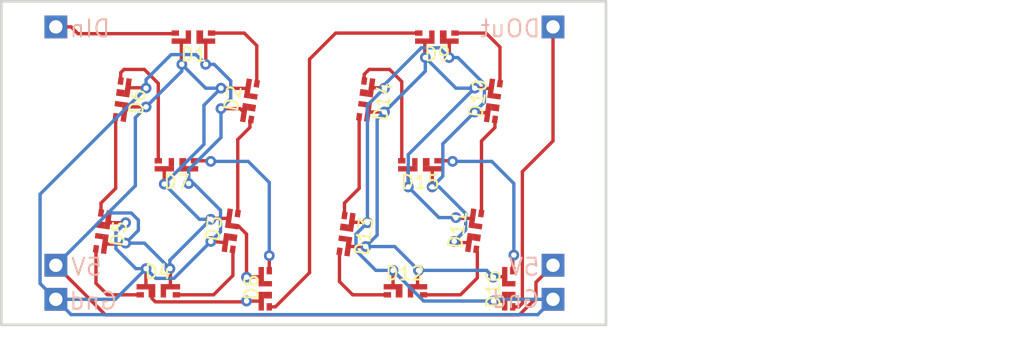
<source format=kicad_pcb>
(kicad_pcb (version 20240108) (generator "pcbnew") (generator_version "8.0")
  (layers (0 "F.Cu" signal) (31 "B.Cu" signal) (34 "B.Paste" user) (35 "F.Paste" user) (36 "B.SilkS" user "B.Silkscreen") (37 "F.SilkS" user "F.Silkscreen") (38 "B.Mask" user) (39 "F.Mask" user) (44 "Edge.Cuts" user))
  (net 0 "")
  (net 1 "GND")
  (net 2 "Net-(D1-DOUT)")
  (net 3 "unconnected-(D1-DIN-Pad3)")
  (net 4 "+5V")
  (net 5 "Net-(D2-DOUT)")
  (net 6 "Net-(D3-DOUT)")
  (net 7 "Net-(D4-DOUT)")
  (net 8 "Net-(D5-DOUT)")
  (net 9 "Net-(D6-DOUT)")
  (net 10 "Net-(D7-DOUT)")
  (net 11 "Net-(D8-DOUT)")
  (net 12 "Net-(D10-DIN)")
  (net 13 "Net-(D10-DOUT)")
  (net 14 "Net-(D11-DOUT)")
  (net 15 "Net-(D12-DOUT)")
  (net 16 "Net-(D13-DOUT)")
  (net 17 "Net-(D14-DOUT)")
  (net 18 "Net-(D15-DOUT)")
  (net 19 "unconnected-(D16-DOUT-Pad2)")
  (footprint "Custom Footprint Library:SK6812-EC3210F" (layer "F.Cu") (at 115.316 82.169 82)
    (property "Reference" "D11" (at -0.050986 -1.275315 82) (layer "F.SilkS"))
    (property "Value" "SK6812-EC3210F" (hide yes))
    (pad "1" smd rect (at -0.9 -0.3 262) (size 1.4 0.4) (layers "F.Cu" "F.Paste" "F.Mask") (net 1 "GND"))
    (pad "1" smd rect (at -0.45 0.2 262) (size 0.5 0.6) (layers "F.Cu" "F.Paste" "F.Mask") (net 1 "GND"))
    (pad "2" smd rect (at -1.325 0.3 262) (size 0.55 0.4) (layers "F.Cu" "F.Paste" "F.Mask") (net 14 "Net-(D11-DOUT)"))
    (pad "3" smd rect (at 1.375 0.3 262) (size 0.55 0.4) (layers "F.Cu" "F.Paste" "F.Mask") (net 13 "Net-(D10-DOUT)"))
    (pad "4" smd rect (at 0.4 0.2 262) (size 0.4 0.6) (layers "F.Cu" "F.Paste" "F.Mask") (net 4 "+5V"))
    (pad "4" smd rect (at 0.925 -0.3 262) (size 1.45 0.4) (layers "F.Cu" "F.Paste" "F.Mask") (net 4 "+5V"))
  )
  (footprint "Custom Footprint Library:SK6812-EC3210F" (layer "F.Cu") (at 111.252 77.216 180)
    (property "Reference" "D15" (at 0 -1.3 0) (layer "F.SilkS"))
    (property "Value" "SK6812-EC3210F" (hide yes))
    (pad "1" smd rect (at -0.9 -0.3) (size 1.4 0.4) (layers "F.Cu" "F.Paste" "F.Mask") (net 1 "GND"))
    (pad "1" smd rect (at -0.45 0.2) (size 0.5 0.6) (layers "F.Cu" "F.Paste" "F.Mask") (net 1 "GND"))
    (pad "2" smd rect (at -1.325 0.3) (size 0.55 0.4) (layers "F.Cu" "F.Paste" "F.Mask") (net 18 "Net-(D15-DOUT)"))
    (pad "3" smd rect (at 1.375 0.3) (size 0.55 0.4) (layers "F.Cu" "F.Paste" "F.Mask") (net 17 "Net-(D14-DOUT)"))
    (pad "4" smd rect (at 0.4 0.2) (size 0.4 0.6) (layers "F.Cu" "F.Paste" "F.Mask") (net 4 "+5V"))
    (pad "4" smd rect (at 0.925 -0.3) (size 1.45 0.4) (layers "F.Cu" "F.Paste" "F.Mask") (net 4 "+5V"))
  )
  (footprint "" (layer "F.Cu") (at 121.158 84.709)
    (property "Reference" "" (at 0 0 0) (layer "F.SilkS") (effects (font (size 1.27 1.27))))
    (property "Value" "" (at 0 0 0) (layer "F.SilkS") (effects (font (size 1.27 1.27))))
    (pad "1" thru_hole rect (at 0 0 180) (size 1.7 1.7) (drill 1) (layers "*.Cu" "*.Mask") (net 4 "+5V"))
  )
  (footprint "Custom Footprint Library:SK6812-EC3210F" (layer "F.Cu") (at 99.695 86.487 90)
    (property "Reference" "D8" (at 0.127 -1.016 90) (layer "F.SilkS"))
    (property "Value" "SK6812-EC3210F" (hide yes))
    (pad "1" smd rect (at -0.9 -0.3 270) (size 1.4 0.4) (layers "F.Cu" "F.Paste" "F.Mask") (net 1 "GND"))
    (pad "1" smd rect (at -0.45 0.2 270) (size 0.5 0.6) (layers "F.Cu" "F.Paste" "F.Mask") (net 1 "GND"))
    (pad "2" smd rect (at -1.325 0.3 270) (size 0.55 0.4) (layers "F.Cu" "F.Paste" "F.Mask") (net 11 "Net-(D8-DOUT)"))
    (pad "3" smd rect (at 1.375 0.3 270) (size 0.55 0.4) (layers "F.Cu" "F.Paste" "F.Mask") (net 10 "Net-(D7-DOUT)"))
    (pad "4" smd rect (at 0.4 0.2 270) (size 0.4 0.6) (layers "F.Cu" "F.Paste" "F.Mask") (net 4 "+5V"))
    (pad "4" smd rect (at 0.925 -0.3 270) (size 1.45 0.4) (layers "F.Cu" "F.Paste" "F.Mask") (net 4 "+5V"))
  )
  (footprint "Custom Footprint Library:SK6812-EC3210F" (layer "F.Cu") (at 89.027 72.321 -98)
    (property "Reference" "D6" (at 0.035018 -1.159154 82) (layer "F.SilkS"))
    (property "Value" "SK6812-EC3210F" (hide yes))
    (pad "1" smd rect (at -0.9 -0.3 82) (size 1.4 0.4) (layers "F.Cu" "F.Paste" "F.Mask") (net 1 "GND"))
    (pad "1" smd rect (at -0.45 0.2 82) (size 0.5 0.6) (layers "F.Cu" "F.Paste" "F.Mask") (net 1 "GND"))
    (pad "2" smd rect (at -1.325 0.3 82) (size 0.55 0.4) (layers "F.Cu" "F.Paste" "F.Mask") (net 9 "Net-(D6-DOUT)"))
    (pad "3" smd rect (at 1.375 0.3 82) (size 0.55 0.4) (layers "F.Cu" "F.Paste" "F.Mask") (net 8 "Net-(D5-DOUT)"))
    (pad "4" smd rect (at 0.4 0.2 82) (size 0.4 0.6) (layers "F.Cu" "F.Paste" "F.Mask") (net 4 "+5V"))
    (pad "4" smd rect (at 0.925 -0.3 82) (size 1.45 0.4) (layers "F.Cu" "F.Paste" "F.Mask") (net 4 "+5V"))
  )
  (footprint "Custom Footprint Library:SK6812-EC3210F" (layer "F.Cu") (at 93.091 77.216 180)
    (property "Reference" "D7" (at 0 -1.27 0) (layer "F.SilkS"))
    (property "Value" "SK6812-EC3210F" (hide yes))
    (pad "1" smd rect (at -0.9 -0.3) (size 1.4 0.4) (layers "F.Cu" "F.Paste" "F.Mask") (net 1 "GND"))
    (pad "1" smd rect (at -0.45 0.2) (size 0.5 0.6) (layers "F.Cu" "F.Paste" "F.Mask") (net 1 "GND"))
    (pad "2" smd rect (at -1.325 0.3) (size 0.55 0.4) (layers "F.Cu" "F.Paste" "F.Mask") (net 10 "Net-(D7-DOUT)"))
    (pad "3" smd rect (at 1.375 0.3) (size 0.55 0.4) (layers "F.Cu" "F.Paste" "F.Mask") (net 9 "Net-(D6-DOUT)"))
    (pad "4" smd rect (at 0.4 0.2) (size 0.4 0.6) (layers "F.Cu" "F.Paste" "F.Mask") (net 4 "+5V"))
    (pad "4" smd rect (at 0.925 -0.3) (size 1.45 0.4) (layers "F.Cu" "F.Paste" "F.Mask") (net 4 "+5V"))
  )
  (footprint "Custom Footprint Library:SK6812-EC3210F" (layer "F.Cu") (at 97.155 82.169 82)
    (property "Reference" "D3" (at 0.014286 -1.302683 82) (layer "F.SilkS"))
    (property "Value" "SK6812-EC3210F" (hide yes))
    (pad "1" smd rect (at -0.9 -0.3 262) (size 1.4 0.4) (layers "F.Cu" "F.Paste" "F.Mask") (net 1 "GND"))
    (pad "1" smd rect (at -0.45 0.2 262) (size 0.5 0.6) (layers "F.Cu" "F.Paste" "F.Mask") (net 1 "GND"))
    (pad "2" smd rect (at -1.325 0.3 262) (size 0.55 0.4) (layers "F.Cu" "F.Paste" "F.Mask") (net 6 "Net-(D3-DOUT)"))
    (pad "3" smd rect (at 1.375 0.3 262) (size 0.55 0.4) (layers "F.Cu" "F.Paste" "F.Mask") (net 5 "Net-(D2-DOUT)"))
    (pad "4" smd rect (at 0.4 0.2 262) (size 0.4 0.6) (layers "F.Cu" "F.Paste" "F.Mask") (net 4 "+5V"))
    (pad "4" smd rect (at 0.925 -0.3 262) (size 1.45 0.4) (layers "F.Cu" "F.Paste" "F.Mask") (net 4 "+5V"))
  )
  (footprint "" (layer "F.Cu") (at 121.158 66.929)
    (property "Reference" "" (at 0 0 0) (layer "F.SilkS") (effects (font (size 1.27 1.27))))
    (property "Value" "" (at 0 0 0) (layer "F.SilkS") (effects (font (size 1.27 1.27))))
    (pad "1" thru_hole rect (at 0 0 180) (size 1.7 1.7) (drill 1) (layers "*.Cu" "*.Mask") (net 19 "unconnected-(D16-DOUT-Pad2)"))
  )
  (footprint "" (layer "F.Cu") (at 121.158 87.249)
    (property "Reference" "" (at 0 0 0) (layer "F.SilkS") (effects (font (size 1.27 1.27))))
    (property "Value" "" (at 0 0 0) (layer "F.SilkS") (effects (font (size 1.27 1.27))))
    (pad "1" thru_hole rect (at 0 0 180) (size 1.7 1.7) (drill 1) (layers "*.Cu" "*.Mask") (net 1 "GND"))
  )
  (footprint "Custom Footprint Library:SK6812-EC3210F" (layer "F.Cu") (at 87.557 82.169 -98)
    (property "Reference" "D5" (at 0.024858 -1.231444 82) (layer "F.SilkS"))
    (property "Value" "SK6812-EC3210F" (hide yes))
    (pad "1" smd rect (at -0.9 -0.3 82) (size 1.4 0.4) (layers "F.Cu" "F.Paste" "F.Mask") (net 1 "GND"))
    (pad "1" smd rect (at -0.45 0.2 82) (size 0.5 0.6) (layers "F.Cu" "F.Paste" "F.Mask") (net 1 "GND"))
    (pad "2" smd rect (at -1.325 0.3 82) (size 0.55 0.4) (layers "F.Cu" "F.Paste" "F.Mask") (net 8 "Net-(D5-DOUT)"))
    (pad "3" smd rect (at 1.375 0.3 82) (size 0.55 0.4) (layers "F.Cu" "F.Paste" "F.Mask") (net 7 "Net-(D4-DOUT)"))
    (pad "4" smd rect (at 0.4 0.2 82) (size 0.4 0.6) (layers "F.Cu" "F.Paste" "F.Mask") (net 4 "+5V"))
    (pad "4" smd rect (at 0.925 -0.3 82) (size 1.45 0.4) (layers "F.Cu" "F.Paste" "F.Mask") (net 4 "+5V"))
  )
  (footprint "" (layer "F.Cu") (at 84.074 66.929)
    (property "Reference" "" (at 0 0 0) (layer "F.SilkS") (effects (font (size 1.27 1.27))))
    (property "Value" "" (at 0 0 0) (layer "F.SilkS") (effects (font (size 1.27 1.27))))
    (pad "1" thru_hole rect (at 0 0 180) (size 1.7 1.7) (drill 1) (layers "*.Cu" "*.Mask") (net 3 "unconnected-(D1-DIN-Pad3)"))
  )
  (footprint "Custom Footprint Library:SK6812-EC3210F" (layer "F.Cu") (at 116.713 72.481 82)
    (property "Reference" "D10" (at 0.056804 -1.162216 82) (layer "F.SilkS"))
    (property "Value" "SK6812-EC3210F" (hide yes))
    (pad "1" smd rect (at -0.9 -0.3 262) (size 1.4 0.4) (layers "F.Cu" "F.Paste" "F.Mask") (net 1 "GND"))
    (pad "1" smd rect (at -0.45 0.2 262) (size 0.5 0.6) (layers "F.Cu" "F.Paste" "F.Mask") (net 1 "GND"))
    (pad "2" smd rect (at -1.325 0.3 262) (size 0.55 0.4) (layers "F.Cu" "F.Paste" "F.Mask") (net 13 "Net-(D10-DOUT)"))
    (pad "3" smd rect (at 1.375 0.3 262) (size 0.55 0.4) (layers "F.Cu" "F.Paste" "F.Mask") (net 12 "Net-(D10-DIN)"))
    (pad "4" smd rect (at 0.4 0.2 262) (size 0.4 0.6) (layers "F.Cu" "F.Paste" "F.Mask") (net 4 "+5V"))
    (pad "4" smd rect (at 0.925 -0.3 262) (size 1.45 0.4) (layers "F.Cu" "F.Paste" "F.Mask") (net 4 "+5V"))
  )
  (footprint "Custom Footprint Library:SK6812-EC3210F" (layer "F.Cu") (at 91.694 86.614)
    (property "Reference" "D4" (at -0.019 -1.397 0) (layer "F.SilkS"))
    (property "Value" "SK6812-EC3210F" (hide yes))
    (pad "1" smd rect (at -0.9 -0.3 180) (size 1.4 0.4) (layers "F.Cu" "F.Paste" "F.Mask") (net 1 "GND"))
    (pad "1" smd rect (at -0.45 0.2 180) (size 0.5 0.6) (layers "F.Cu" "F.Paste" "F.Mask") (net 1 "GND"))
    (pad "2" smd rect (at -1.325 0.3 180) (size 0.55 0.4) (layers "F.Cu" "F.Paste" "F.Mask") (net 7 "Net-(D4-DOUT)"))
    (pad "3" smd rect (at 1.375 0.3 180) (size 0.55 0.4) (layers "F.Cu" "F.Paste" "F.Mask") (net 6 "Net-(D3-DOUT)"))
    (pad "4" smd rect (at 0.4 0.2 180) (size 0.4 0.6) (layers "F.Cu" "F.Paste" "F.Mask") (net 4 "+5V"))
    (pad "4" smd rect (at 0.925 -0.3 180) (size 1.45 0.4) (layers "F.Cu" "F.Paste" "F.Mask") (net 4 "+5V"))
  )
  (footprint "Custom Footprint Library:SK6812-EC3210F" (layer "F.Cu") (at 117.856 86.487 90)
    (property "Reference" "D16" (at 0 -1.143 90) (layer "F.SilkS"))
    (property "Value" "SK6812-EC3210F" (hide yes))
    (pad "1" smd rect (at -0.9 -0.3 270) (size 1.4 0.4) (layers "F.Cu" "F.Paste" "F.Mask") (net 1 "GND"))
    (pad "1" smd rect (at -0.45 0.2 270) (size 0.5 0.6) (layers "F.Cu" "F.Paste" "F.Mask") (net 1 "GND"))
    (pad "2" smd rect (at -1.325 0.3 270) (size 0.55 0.4) (layers "F.Cu" "F.Paste" "F.Mask") (net 19 "unconnected-(D16-DOUT-Pad2)"))
    (pad "3" smd rect (at 1.375 0.3 270) (size 0.55 0.4) (layers "F.Cu" "F.Paste" "F.Mask") (net 18 "Net-(D15-DOUT)"))
    (pad "4" smd rect (at 0.4 0.2 270) (size 0.4 0.6) (layers "F.Cu" "F.Paste" "F.Mask") (net 4 "+5V"))
    (pad "4" smd rect (at 0.925 -0.3 270) (size 1.45 0.4) (layers "F.Cu" "F.Paste" "F.Mask") (net 4 "+5V"))
  )
  (footprint "Custom Footprint Library:SK6812-EC3210F" (layer "F.Cu") (at 110.128 86.614)
    (property "Reference" "D12" (at -0.019 -1.3 0) (layer "F.SilkS"))
    (property "Value" "SK6812-EC3210F" (hide yes))
    (pad "1" smd rect (at -0.9 -0.3 180) (size 1.4 0.4) (layers "F.Cu" "F.Paste" "F.Mask") (net 1 "GND"))
    (pad "1" smd rect (at -0.45 0.2 180) (size 0.5 0.6) (layers "F.Cu" "F.Paste" "F.Mask") (net 1 "GND"))
    (pad "2" smd rect (at -1.325 0.3 180) (size 0.55 0.4) (layers "F.Cu" "F.Paste" "F.Mask") (net 15 "Net-(D12-DOUT)"))
    (pad "3" smd rect (at 1.375 0.3 180) (size 0.55 0.4) (layers "F.Cu" "F.Paste" "F.Mask") (net 14 "Net-(D11-DOUT)"))
    (pad "4" smd rect (at 0.4 0.2 180) (size 0.4 0.6) (layers "F.Cu" "F.Paste" "F.Mask") (net 4 "+5V"))
    (pad "4" smd rect (at 0.925 -0.3 180) (size 1.45 0.4) (layers "F.Cu" "F.Paste" "F.Mask") (net 4 "+5V"))
  )
  (footprint "Custom Footprint Library:SK6812-EC3210F" (layer "F.Cu") (at 98.552 72.481 81)
    (property "Reference" "D2" (at 0.016644 -1.288467 81) (layer "F.SilkS"))
    (property "Value" "SK6812-EC3210F" (hide yes))
    (pad "1" smd rect (at -0.9 -0.3 261) (size 1.4 0.4) (layers "F.Cu" "F.Paste" "F.Mask") (net 1 "GND"))
    (pad "1" smd rect (at -0.45 0.2 261) (size 0.5 0.6) (layers "F.Cu" "F.Paste" "F.Mask") (net 1 "GND"))
    (pad "2" smd rect (at -1.325 0.3 261) (size 0.55 0.4) (layers "F.Cu" "F.Paste" "F.Mask") (net 5 "Net-(D2-DOUT)"))
    (pad "3" smd rect (at 1.375 0.3 261) (size 0.55 0.4) (layers "F.Cu" "F.Paste" "F.Mask") (net 2 "Net-(D1-DOUT)"))
    (pad "4" smd rect (at 0.399999 0.2 261) (size 0.4 0.6) (layers "F.Cu" "F.Paste" "F.Mask") (net 4 "+5V"))
    (pad "4" smd rect (at 0.925 -0.3 261) (size 1.45 0.4) (layers "F.Cu" "F.Paste" "F.Mask") (net 4 "+5V"))
  )
  (footprint "Custom Footprint Library:SK6812-EC3210F" (layer "F.Cu") (at 112.522 67.691 180)
    (property "Reference" "D9" (at 0 -1.27 0) (layer "F.SilkS"))
    (property "Value" "SK6812-EC3210F" (hide yes))
    (pad "1" smd rect (at -0.9 -0.3) (size 1.4 0.4) (layers "F.Cu" "F.Paste" "F.Mask") (net 1 "GND"))
    (pad "1" smd rect (at -0.45 0.2) (size 0.5 0.6) (layers "F.Cu" "F.Paste" "F.Mask") (net 1 "GND"))
    (pad "2" smd rect (at -1.325 0.3) (size 0.55 0.4) (layers "F.Cu" "F.Paste" "F.Mask") (net 12 "Net-(D10-DIN)"))
    (pad "3" smd rect (at 1.375 0.3) (size 0.55 0.4) (layers "F.Cu" "F.Paste" "F.Mask") (net 11 "Net-(D8-DOUT)"))
    (pad "4" smd rect (at 0.4 0.2) (size 0.4 0.6) (layers "F.Cu" "F.Paste" "F.Mask") (net 4 "+5V"))
    (pad "4" smd rect (at 0.925 -0.3) (size 1.45 0.4) (layers "F.Cu" "F.Paste" "F.Mask") (net 4 "+5V"))
  )
  (footprint "Custom Footprint Library:SK6812-EC3210F" (layer "F.Cu") (at 107.188 72.321 -98)
    (property "Reference" "D14" (at 0.017343 -1.284918 82) (layer "F.SilkS"))
    (property "Value" "SK6812-EC3210F" (hide yes))
    (pad "1" smd rect (at -0.9 -0.3 82) (size 1.4 0.4) (layers "F.Cu" "F.Paste" "F.Mask") (net 1 "GND"))
    (pad "1" smd rect (at -0.45 0.2 82) (size 0.5 0.6) (layers "F.Cu" "F.Paste" "F.Mask") (net 1 "GND"))
    (pad "2" smd rect (at -1.325 0.3 82) (size 0.55 0.4) (layers "F.Cu" "F.Paste" "F.Mask") (net 17 "Net-(D14-DOUT)"))
    (pad "3" smd rect (at 1.375 0.3 82) (size 0.55 0.4) (layers "F.Cu" "F.Paste" "F.Mask") (net 16 "Net-(D13-DOUT)"))
    (pad "4" smd rect (at 0.4 0.2 82) (size 0.4 0.6) (layers "F.Cu" "F.Paste" "F.Mask") (net 4 "+5V"))
    (pad "4" smd rect (at 0.925 -0.3 82) (size 1.45 0.4) (layers "F.Cu" "F.Paste" "F.Mask") (net 4 "+5V"))
  )
  (footprint "Custom Footprint Library:SK6812-EC3210F" (layer "F.Cu") (at 105.718 82.354 -98)
    (property "Reference" "D13" (at 0.007183 -1.357208 82) (layer "F.SilkS"))
    (property "Value" "SK6812-EC3210F" (hide yes))
    (pad "1" smd rect (at -0.9 -0.3 82) (size 1.4 0.4) (layers "F.Cu" "F.Paste" "F.Mask") (net 1 "GND"))
    (pad "1" smd rect (at -0.45 0.2 82) (size 0.5 0.6) (layers "F.Cu" "F.Paste" "F.Mask") (net 1 "GND"))
    (pad "2" smd rect (at -1.325 0.3 82) (size 0.55 0.4) (layers "F.Cu" "F.Paste" "F.Mask") (net 16 "Net-(D13-DOUT)"))
    (pad "3" smd rect (at 1.375 0.3 82) (size 0.55 0.4) (layers "F.Cu" "F.Paste" "F.Mask") (net 15 "Net-(D12-DOUT)"))
    (pad "4" smd rect (at 0.4 0.2 82) (size 0.4 0.6) (layers "F.Cu" "F.Paste" "F.Mask") (net 4 "+5V"))
    (pad "4" smd rect (at 0.925 -0.3 82) (size 1.45 0.4) (layers "F.Cu" "F.Paste" "F.Mask") (net 4 "+5V"))
  )
  (footprint "Custom Footprint Library:SK6812-EC3210F" (layer "F.Cu") (at 94.361 67.691 180)
    (property "Reference" "D1" (at 0 -1.3 0) (layer "F.SilkS"))
    (property "Value" "SK6812-EC3210F" (hide yes))
    (pad "1" smd rect (at -0.9 -0.3) (size 1.4 0.4) (layers "F.Cu" "F.Paste" "F.Mask") (net 1 "GND"))
    (pad "1" smd rect (at -0.45 0.2) (size 0.5 0.6) (layers "F.Cu" "F.Paste" "F.Mask") (net 1 "GND"))
    (pad "2" smd rect (at -1.325 0.3) (size 0.55 0.4) (layers "F.Cu" "F.Paste" "F.Mask") (net 2 "Net-(D1-DOUT)"))
    (pad "3" smd rect (at 1.375 0.3) (size 0.55 0.4) (layers "F.Cu" "F.Paste" "F.Mask") (net 3 "unconnected-(D1-DIN-Pad3)"))
    (pad "4" smd rect (at 0.4 0.2) (size 0.4 0.6) (layers "F.Cu" "F.Paste" "F.Mask") (net 4 "+5V"))
    (pad "4" smd rect (at 0.925 -0.3) (size 1.45 0.4) (layers "F.Cu" "F.Paste" "F.Mask") (net 4 "+5V"))
  )
  (footprint "" (layer "B.Cu") (at 84.074 87.249 180)
    (property "Reference" "Gnd" (at -2.794 -0.127 0) (layer "B.SilkS") (effects (font (size 1.27 1.27)) (justify mirror)))
    (property "Value" "" (at 0 0 0) (layer "B.SilkS") (effects (font (size 1.27 1.27)) (justify mirror)))
    (pad "1" thru_hole rect (at 0 0 180) (size 1.7 1.7) (drill 1) (layers "*.Cu" "*.Mask") (net 1 "GND"))
  )
  (footprint "" (layer "B.Cu") (at 84.074 84.709 180)
    (property "Reference" "5V" (at -2.286 -0.127 0) (layer "B.SilkS") (effects (font (size 1.27 1.27)) (justify mirror)))
    (property "Value" "" (at 0 0 0) (layer "B.SilkS") (effects (font (size 1.27 1.27)) (justify mirror)))
    (pad "1" thru_hole rect (at 0 0 180) (size 1.7 1.7) (drill 1) (layers "*.Cu" "*.Mask") (net 4 "+5V"))
  )
  (gr_rect (start 80.01 65.024) (end 125.106 89.154) (stroke (width 0.2)) (fill none) (layer "Edge.Cuts"))
  (gr_text "5V" (at 118.999 84.836 0) (layer "B.SilkS") (effects (font (size 1.27 1.27)) (justify mirror)))
  (gr_text "Gnd" (at 118.364 87.249 0) (layer "B.SilkS") (effects (font (size 1.27 1.27)) (justify mirror)))
  (gr_text "DIn" (at 86.614 67.056 0) (layer "B.SilkS") (effects (font (size 1.27 1.27)) (justify mirror)))
  (gr_text "DOut" (at 117.983 67.056 0) (layer "B.SilkS") (effects (font (size 1.27 1.27)) (justify mirror)))
  (segment (start 114.893664 83.018489) (end 113.879489 83.018489) (width 0.25) (layer "F.Cu") (net 1))
  (segment (start 108.585 71.501) (end 108.458 71.501) (width 0.25) (layer "F.Cu") (net 1))
  (segment (start 90.834489 71.471511) (end 90.902511 71.471511) (width 0.25) (layer "F.Cu") (net 1))
  (segment (start 106.140336 81.504511) (end 107.285511 81.504511) (width 0.25) (layer "F.Cu") (net 1))
  (segment (start 117.556 87.387) (end 116.713 87.376) (width 0.25) (layer "F.Cu") (net 1))
  (segment (start 90.805 71.501) (end 90.834489 71.471511) (width 0.25) (layer "F.Cu") (net 1))
  (segment (start 112.152 77.516) (end 112.152 78.856) (width 0.25) (layer "F.Cu") (net 1))
  (segment (start 95.261 69.712) (end 95.25 69.723) (width 0.25) (layer "F.Cu") (net 1))
  (segment (start 107.610336 71.471511) (end 108.428511 71.471511) (width 0.25) (layer "F.Cu") (net 1))
  (segment (start 88.193825 81.534) (end 89.281 81.534) (width 0.25) (layer "F.Cu") (net 1))
  (segment (start 113.879489 83.018489) (end 113.792 82.931) (width 0.25) (layer "F.Cu") (net 1))
  (segment (start 90.775511 71.471511) (end 90.805 71.501) (width 0.25) (layer "F.Cu") (net 1))
  (segment (start 91.503 87.439) (end 91.244 87.18) (width 0.25) (layer "F.Cu") (net 1))
  (segment (start 98.235 87.439) (end 91.503 87.439) (width 0.25) (layer "F.Cu") (net 1))
  (segment (start 99.395 87.387) (end 98.298 87.376) (width 0.25) (layer "F.Cu") (net 1))
  (segment (start 107.285511 81.504511) (end 107.315 81.534) (width 0.25) (layer "F.Cu") (net 1))
  (segment (start 113.422 69.204) (end 113.411 69.215) (width 0.25) (layer "F.Cu") (net 1))
  (segment (start 98.298 87.376) (end 98.235 87.439) (width 0.25) (layer "F.Cu") (net 1))
  (segment (start 95.261 67.991) (end 95.261 69.712) (width 0.25) (layer "F.Cu") (net 1))
  (segment (start 91.244 87.18) (end 91.244 86.814) (width 0.25) (layer "F.Cu") (net 1))
  (segment (start 116.713 87.376) (end 116.724 87.387) (width 0.25) (layer "F.Cu") (net 1))
  (segment (start 113.422 67.991) (end 113.422 69.204) (width 0.25) (layer "F.Cu") (net 1))
  (segment (start 89.449336 71.471511) (end 90.775511 71.471511) (width 0.25) (layer "F.Cu") (net 1))
  (segment (start 93.98 77.527) (end 93.991 77.516) (width 0.25) (layer "F.Cu") (net 1))
  (segment (start 95.631 82.931) (end 95.591489 83.018489) (width 0.25) (layer "F.Cu") (net 1))
  (segment (start 97.816913 73.025) (end 96.393 73.025) (width 0.25) (layer "F.Cu") (net 1))
  (segment (start 96.732664 83.018489) (end 95.631 82.931) (width 0.25) (layer "F.Cu") (net 1))
  (segment (start 115.367489 73.330489) (end 115.316 73.279) (width 0.25) (layer "F.Cu") (net 1))
  (segment (start 116.290664 73.330489) (end 115.367489 73.330489) (width 0.25) (layer "F.Cu") (net 1))
  (segment (start 112.152 78.856) (end 112.141 78.867) (width 0.25) (layer "F.Cu") (net 1))
  (segment (start 90.794 86.314) (end 90.794 84.974) (width 0.25) (layer "F.Cu") (net 1))
  (segment (start 108.428511 71.471511) (end 108.585 71.501) (width 0.25) (layer "F.Cu") (net 1))
  (segment (start 98.114902 73.322989) (end 97.816913 73.025) (width 0.25) (layer "F.Cu") (net 1))
  (segment (start 93.98 78.613) (end 93.98 77.527) (width 0.25) (layer "F.Cu") (net 1))
  (segment (start 87.979336 81.319511) (end 88.193825 81.534) (width 0.25) (layer "F.Cu") (net 1))
  (segment (start 109.22 85.09) (end 109.228 85.098) (width 0.25) (layer "F.Cu") (net 1))
  (segment (start 90.794 84.974) (end 90.805 84.963) (width 0.25) (layer "F.Cu") (net 1))
  (segment (start 98.298 87.376) (end 98.309 87.387) (width 0.25) (layer "F.Cu") (net 1))
  (segment (start 109.228 86.314) (end 109.22 85.09) (width 0.25) (layer "F.Cu") (net 1))
  (via (at 113.411 69.215) (size 0.8) (drill 0.4) (layers "F.Cu" "B.Cu") (net 1))
  (via (at 93.98 78.613) (size 0.8) (drill 0.4) (layers "F.Cu" "B.Cu") (net 1))
  (via (at 95.631 82.931) (size 0.8) (drill 0.4) (layers "F.Cu" "B.Cu") (net 1))
  (via (at 89.281 81.534) (size 0.8) (drill 0.4) (layers "F.Cu" "B.Cu") (net 1))
  (via (at 96.393 73.025) (size 0.8) (drill 0.4) (layers "F.Cu" "B.Cu") (net 1))
  (via (at 109.22 85.09) (size 0.8) (drill 0.4) (layers "F.Cu" "B.Cu") (net 1))
  (via (at 107.315 81.534) (size 0.8) (drill 0.4) (layers "F.Cu" "B.Cu") (net 1))
  (via (at 113.792 82.931) (size 0.8) (drill 0.4) (layers "F.Cu" "B.Cu") (net 1))
  (via (at 90.805 71.501) (size 0.8) (drill 0.4) (layers "F.Cu" "B.Cu") (net 1))
  (via (at 112.141 78.867) (size 0.8) (drill 0.4) (layers "F.Cu" "B.Cu") (net 1))
  (via (at 95.25 69.723) (size 0.8) (drill 0.4) (layers "F.Cu" "B.Cu") (net 1))
  (via (at 108.585 71.501) (size 0.8) (drill 0.4) (layers "F.Cu" "B.Cu") (net 1))
  (via (at 116.713 87.376) (size 0.8) (drill 0.4) (layers "F.Cu" "B.Cu") (net 1))
  (via (at 115.316 73.279) (size 0.8) (drill 0.4) (layers "F.Cu" "B.Cu") (net 1))
  (via (at 98.298 87.376) (size 0.8) (drill 0.4) (layers "F.Cu" "B.Cu") (net 1))
  (via (at 90.805 84.963) (size 0.8) (drill 0.4) (layers "F.Cu" "B.Cu") (net 1))
  (segment (start 113.411 69.215) (end 114.055305 69.215) (width 0.25) (layer "B.Cu") (net 1))
  (segment (start 114.644 80.852695) (end 114.644 82.079) (width 0.25) (layer "B.Cu") (net 1))
  (segment (start 116.041 71.200695) (end 116.041 72.554) (width 0.25) (layer "B.Cu") (net 1))
  (segment (start 107.940695 85.09) (end 106.463 83.612305) (width 0.25) (layer "B.Cu") (net 1))
  (segment (start 106.463 82.386) (end 107.315 81.534) (width 0.25) (layer "B.Cu") (net 1))
  (segment (start 88.556 83.476) (end 90.043 84.963) (width 0.25) (layer "B.Cu") (net 1))
  (segment (start 109.22 85.09) (end 107.940695 85.09) (width 0.25) (layer "B.Cu") (net 1))
  (segment (start 107.315 72.771) (end 108.585 71.501) (width 0.25) (layer "B.Cu") (net 1))
  (segment (start 96.356 82.206) (end 96.356 80.608) (width 0.25) (layer "B.Cu") (net 1))
  (segment (start 91.53 85.688) (end 92.883305 85.688) (width 0.25) (layer "B.Cu") (net 1))
  (segment (start 89.281 81.534) (end 88.556 82.259) (width 0.25) (layer "B.Cu") (net 1))
  (segment (start 94.525 68.998) (end 92.673 68.998) (width 0.25) (layer "B.Cu") (net 1))
  (segment (start 108.585 71.501) (end 108.585 71.237695) (width 0.25) (layer "B.Cu") (net 1))
  (segment (start 95.885 69.723) (end 95.25 69.723) (width 0.25) (layer "B.Cu") (net 1))
  (segment (start 97.118 70.956) (end 95.885 69.723) (width 0.25) (layer "B.Cu") (net 1))
  (segment (start 108.585 71.237695) (end 111.332695 68.49) (width 0.25) (layer "B.Cu") (net 1))
  (segment (start 94.361 78.613) (end 93.98 78.613) (width 0.25) (layer "B.Cu") (net 1))
  (segment (start 90.805 70.866) (end 90.805 71.501) (width 0.25) (layer "B.Cu") (net 1))
  (segment (start 115.316 73.279) (end 112.94 75.655) (width 0.25) (layer "B.Cu") (net 1))
  (segment (start 93.98 77.587695) (end 96.393 75.174695) (width 0.25) (layer "B.Cu") (net 1))
  (segment (start 116.041 72.554) (end 115.316 73.279) (width 0.25) (layer "B.Cu") (net 1))
  (segment (start 92.883305 85.688) (end 95.631 82.940305) (width 0.25) (layer "B.Cu") (net 1))
  (segment (start 111.506 87.376) (end 109.22 85.09) (width 0.25) (layer "B.Cu") (net 1))
  (segment (start 95.25 69.723) (end 94.525 68.998) (width 0.25) (layer "B.Cu") (net 1))
  (segment (start 112.94 75.655) (end 112.94 78.068) (width 0.25) (layer "B.Cu") (net 1))
  (segment (start 85.217 88.392) (end 120.015 88.392) (width 0.25) (layer "B.Cu") (net 1))
  (segment (start 93.98 78.613) (end 93.98 77.587695) (width 0.25) (layer "B.Cu") (net 1))
  (segment (start 116.713 87.376) (end 111.506 87.376) (width 0.25) (layer "B.Cu") (net 1))
  (segment (start 82.899 86.074) (end 84.074 87.249) (width 0.25) (layer "B.Cu") (net 1))
  (segment (start 95.631 82.931) (end 96.356 82.206) (width 0.25) (layer "B.Cu") (net 1))
  (segment (start 97.118 72.3) (end 97.118 70.956) (width 0.25) (layer "B.Cu") (net 1))
  (segment (start 114.644 82.079) (end 113.792 82.931) (width 0.25) (layer "B.Cu") (net 1))
  (segment (start 107.315 81.534) (end 107.315 72.771) (width 0.25) (layer "B.Cu") (net 1))
  (segment (start 95.631 82.940305) (end 95.631 82.931) (width 0.25) (layer "B.Cu") (net 1))
  (segment (start 92.673 68.998) (end 90.805 70.866) (width 0.25) (layer "B.Cu") (net 1))
  (segment (start 88.556 82.259) (end 88.556 83.476) (width 0.25) (layer "B.Cu") (net 1))
  (segment (start 96.393 75.174695) (end 96.393 73.025) (width 0.25) (layer "B.Cu") (net 1))
  (segment (start 90.805 84.963) (end 91.53 85.688) (width 0.25) (layer "B.Cu") (net 1))
  (segment (start 90.043 84.963) (end 90.805 84.963) (width 0.25) (layer "B.Cu") (net 1))
  (segment (start 116.84 87.249) (end 116.713 87.376) (width 0.25) (layer "B.Cu") (net 1))
  (segment (start 82.899 79.407) (end 82.899 86.074) (width 0.25) (layer "B.Cu") (net 1))
  (segment (start 121.158 87.249) (end 116.84 87.249) (width 0.25) (layer "B.Cu") (net 1))
  (segment (start 106.463 83.612305) (end 106.463 82.386) (width 0.25) (layer "B.Cu") (net 1))
  (segment (start 96.393 73.025) (end 97.118 72.3) (width 0.25) (layer "B.Cu") (net 1))
  (segment (start 84.074 87.249) (end 85.217 88.392) (width 0.25) (layer "B.Cu") (net 1))
  (segment (start 88.519 87.249) (end 84.074 87.249) (width 0.25) (layer "B.Cu") (net 1))
  (segment (start 112.686 68.49) (end 113.411 69.215) (width 0.25) (layer "B.Cu") (net 1))
  (segment (start 90.805 71.501) (end 82.899 79.407) (width 0.25) (layer "B.Cu") (net 1))
  (segment (start 96.356 80.608) (end 94.361 78.613) (width 0.25) (layer "B.Cu") (net 1))
  (segment (start 114.055305 69.215) (end 116.041 71.200695) (width 0.25) (layer "B.Cu") (net 1))
  (segment (start 120.015 88.392) (end 121.158 87.249) (width 0.25) (layer "B.Cu") (net 1))
  (segment (start 90.805 84.963) (end 88.519 87.249) (width 0.25) (layer "B.Cu") (net 1))
  (segment (start 112.658305 78.867) (end 114.644 80.852695) (width 0.25) (layer "B.Cu") (net 1))
  (segment (start 112.141 78.867) (end 112.658305 78.867) (width 0.25) (layer "B.Cu") (net 1))
  (segment (start 112.94 78.068) (end 112.141 78.867) (width 0.25) (layer "B.Cu") (net 1))
  (segment (start 111.332695 68.49) (end 112.686 68.49) (width 0.25) (layer "B.Cu") (net 1))
  (segment (start 98.125 67.391) (end 99.063404 68.329404) (width 0.25) (layer "F.Cu") (net 2))
  (segment (start 99.063404 68.329404) (end 99.063404 71.169859) (width 0.25) (layer "F.Cu") (net 2))
  (segment (start 95.686 67.391) (end 98.125 67.391) (width 0.25) (layer "F.Cu") (net 2))
  (segment (start 85.725 67.437) (end 92.94 67.437) (width 0.25) (layer "F.Cu") (net 3))
  (segment (start 84.074 66.929) (end 85.217 66.929) (width 0.25) (layer "F.Cu") (net 3))
  (segment (start 85.217 66.929) (end 85.725 67.437) (width 0.25) (layer "F.Cu") (net 3))
  (segment (start 92.94 67.437) (end 92.986 67.391) (width 0.25) (layer "F.Cu") (net 3))
  (segment (start 110.363 78.867) (end 110.327 78.831) (width 0.25) (layer "F.Cu") (net 4))
  (segment (start 108.58475 73.27875) (end 108.585 73.279) (width 0.25) (layer "F.Cu") (net 4))
  (segment (start 111.597 69.052) (end 111.633 69.215) (width 0.25) (layer "F.Cu") (net 4))
  (segment (start 87.777 88.412) (end 118.642396 88.412) (width 0.25) (layer "F.Cu") (net 4))
  (segment (start 97.711671 81.800727) (end 97.408723 81.800727) (width 0.25) (layer "F.Cu") (net 4))
  (segment (start 96.986655 81.21125) (end 95.69975 81.21125) (width 0.25) (layer "F.Cu") (net 4))
  (segment (start 111.633 69.215) (end 111.633 69.088) (width 0.25) (layer "F.Cu") (net 4))
  (segment (start 99.395 85.562) (end 98.298 85.598) (width 0.25) (layer "F.Cu") (net 4))
  (segment (start 89.576095 72.898) (end 90.805 72.898) (width 0.25) (layer "F.Cu") (net 4))
  (segment (start 98.400395 71.520458) (end 96.393 71.501) (width 0.25) (layer "F.Cu") (net 4))
  (segment (start 115.316 71.501) (end 115.33825 71.52325) (width 0.25) (layer "F.Cu") (net 4))
  (segment (start 92.160529 77.521471) (end 92.160529 78.654471) (width 0.25) (layer "F.Cu") (net 4))
  (segment (start 92.583 85.09) (end 92.583 84.963) (width 0.25) (layer "F.Cu") (net 4))
  (segment (start 107.356345 73.27875) (end 108.58475 73.27875) (width 0.25) (layer "F.Cu") (net 4))
  (segment (start 110.327 77.516) (end 110.363 78.867) (width 0.25) (layer "F.Cu") (net 4))
  (segment (start 87.725345 83.12675) (end 89.21225 83.12675) (width 0.25) (layer "F.Cu") (net 4))
  (segment (start 84.074 84.709) (end 87.777 88.412) (width 0.25) (layer "F.Cu") (net 4))
  (segment (start 98.298 82.387056) (end 97.711671 81.800727) (width 0.25) (layer "F.Cu") (net 4))
  (segment (start 98.298 85.598) (end 98.334 85.562) (width 0.25) (layer "F.Cu") (net 4))
  (segment (start 107.188 83.312) (end 107.18775 83.31175) (width 0.25) (layer "F.Cu") (net 4))
  (segment (start 92.619 86.314) (end 92.619 85.054) (width 0.25) (layer "F.Cu") (net 4))
  (segment (start 115.147655 81.21125) (end 113.97725 81.21125) (width 0.25) (layer "F.Cu") (net 4))
  (segment (start 92.583 84.963) (end 92.71 84.963) (width 0.25) (layer "F.Cu") (net 4))
  (segment (start 92.71 84.963) (end 92.71 84.963) (width 0.25) (layer "F.Cu") (net 4))
  (segment (start 92.619 85.054) (end 92.583 85.09) (width 0.25) (layer "F.Cu") (net 4))
  (segment (start 89.195345 73.27875) (end 89.576095 72.898) (width 0.25) (layer "F.Cu") (net 4))
  (segment (start 89.21225 83.12675) (end 89.281 83.058) (width 0.25) (layer "F.Cu") (net 4))
  (segment (start 92.166 77.516) (end 92.160529 77.521471) (width 0.25) (layer "F.Cu") (net 4))
  (segment (start 113.97725 81.21125) (end 113.919 81.153) (width 0.25) (layer "F.Cu") (net 4))
  (segment (start 111.597 67.991) (end 111.597 69.052) (width 0.25) (layer "F.Cu") (net 4))
  (segment (start 117.556 85.562) (end 116.749 85.562) (width 0.25) (layer "F.Cu") (net 4))
  (segment (start 118.642396 88.412) (end 119.888 87.166396) (width 0.25) (layer "F.Cu") (net 4))
  (segment (start 119.888 87.166396) (end 119.888 85.979) (width 0.25) (layer "F.Cu") (net 4))
  (segment (start 93.436 69.687) (end 93.472 69.723) (width 0.25) (layer "F.Cu") (net 4))
  (segment (start 96.393 71.501) (end 96.412458 71.520458) (width 0.25) (layer "F.Cu") (net 4))
  (segment (start 105.886345 83.31175) (end 107.188 83.312) (width 0.25) (layer "F.Cu") (net 4))
  (segment (start 98.298 85.598) (end 98.298 82.387056) (width 0.25) (layer "F.Cu") (net 4))
  (segment (start 116.544655 71.52325) (end 115.316 71.501) (width 0.25) (layer "F.Cu") (net 4))
  (segment (start 116.749 85.562) (end 116.713 85.598) (width 0.25) (layer "F.Cu") (net 4))
  (segment (start 93.436 67.991) (end 93.436 69.687) (width 0.25) (layer "F.Cu") (net 4))
  (segment (start 119.888 85.979) (end 121.158 84.709) (width 0.25) (layer "F.Cu") (net 4))
  (segment (start 111.053 85.162) (end 111.125 85.09) (width 0.25) (layer "F.Cu") (net 4))
  (segment (start 95.69975 81.21125) (end 95.631 81.28) (width 0.25) (layer "F.Cu") (net 4))
  (segment (start 111.053 86.314) (end 111.053 85.162) (width 0.25) (layer "F.Cu") (net 4))
  (via (at 98.298 85.598) (size 0.8) (drill 0.4) (layers "F.Cu" "B.Cu") (net 4))
  (via (at 116.713 85.598) (size 0.8) (drill 0.4) (layers "F.Cu" "B.Cu") (net 4))
  (via (at 115.316 71.501) (size 0.8) (drill 0.4) (layers "F.Cu" "B.Cu") (net 4))
  (via (at 107.188 83.312) (size 0.8) (drill 0.4) (layers "F.Cu" "B.Cu") (net 4))
  (via (at 110.363 78.867) (size 0.8) (drill 0.4) (layers "F.Cu" "B.Cu") (net 4))
  (via (at 108.585 73.279) (size 0.8) (drill 0.4) (layers "F.Cu" "B.Cu") (net 4))
  (via (at 90.805 72.898) (size 0.8) (drill 0.4) (layers "F.Cu" "B.Cu") (net 4))
  (via (at 92.583 84.963) (size 0.8) (drill 0.4) (layers "F.Cu" "B.Cu") (net 4))
  (via (at 95.631 81.28) (size 0.8) (drill 0.4) (layers "F.Cu" "B.Cu") (net 4))
  (via (at 113.919 81.153) (size 0.8) (drill 0.4) (layers "F.Cu" "B.Cu") (net 4))
  (via (at 93.472 69.723) (size 0.8) (drill 0.4) (layers "F.Cu" "B.Cu") (net 4))
  (via (at 111.633 69.215) (size 0.8) (drill 0.4) (layers "F.Cu" "B.Cu") (net 4))
  (via (at 89.281 83.058) (size 0.8) (drill 0.4) (layers "F.Cu" "B.Cu") (net 4))
  (via (at 96.393 71.501) (size 0.8) (drill 0.4) (layers "F.Cu" "B.Cu") (net 4))
  (via (at 92.160529 78.654471) (size 0.8) (drill 0.4) (layers "F.Cu" "B.Cu") (net 4))
  (via (at 111.125 85.09) (size 0.8) (drill 0.4) (layers "F.Cu" "B.Cu") (net 4))
  (segment (start 115.316 71.501) (end 110.363 76.454) (width 0.25) (layer "B.Cu") (net 4))
  (segment (start 90.229396 81.339396) (end 89.699 80.809) (width 0.25) (layer "B.Cu") (net 4))
  (segment (start 110.363 78.867) (end 112.649 81.153) (width 0.25) (layer "B.Cu") (net 4))
  (segment (start 90.006 78.777) (end 87.974 80.809) (width 0.25) (layer "B.Cu") (net 4))
  (segment (start 113.919 71.501) (end 115.316 71.501) (width 0.25) (layer "B.Cu") (net 4))
  (segment (start 89.699 80.809) (end 87.974 80.809) (width 0.25) (layer "B.Cu") (net 4))
  (segment (start 92.583 84.328) (end 95.631 81.28) (width 0.25) (layer "B.Cu") (net 4))
  (segment (start 96.393 71.501) (end 95.25 71.501) (width 0.25) (layer "B.Cu") (net 4))
  (segment (start 92.583 84.963) (end 92.583 84.328) (width 0.25) (layer "B.Cu") (net 4))
  (segment (start 111.633 69.215) (end 113.919 71.501) (width 0.25) (layer "B.Cu") (net 4))
  (segment (start 92.160529 78.654471) (end 95.123 75.692) (width 0.25) (layer "B.Cu") (net 4))
  (segment (start 95.25 71.501) (end 93.472 69.723) (width 0.25) (layer "B.Cu") (net 4))
  (segment (start 116.713 85.598) (end 116.205 85.09) (width 0.25) (layer "B.Cu") (net 4))
  (segment (start 110.363 76.454) (end 110.363 78.867) (width 0.25) (layer "B.Cu") (net 4))
  (segment (start 112.649 81.153) (end 113.919 81.153) (width 0.25) (layer "B.Cu") (net 4))
  (segment (start 111.633 70.231) (end 111.633 69.215) (width 0.25) (layer "B.Cu") (net 4))
  (segment (start 89.281 83.058) (end 90.678 83.058) (width 0.25) (layer "B.Cu") (net 4))
  (segment (start 93.472 69.723) (end 93.472 70.231) (width 0.25) (layer "B.Cu") (net 4))
  (segment (start 116.205 85.09) (end 111.125 85.09) (width 0.25) (layer "B.Cu") (net 4))
  (segment (start 95.123 75.692) (end 95.123 72.771) (width 0.25) (layer "B.Cu") (net 4))
  (segment (start 108.04 82.46) (end 108.04 73.824) (width 0.25) (layer "B.Cu") (net 4))
  (segment (start 93.472 70.231) (end 90.805 72.898) (width 0.25) (layer "B.Cu") (net 4))
  (segment (start 90.678 83.058) (end 92.583 84.963) (width 0.25) (layer "B.Cu") (net 4))
  (segment (start 94.786058 81.28) (end 92.160529 78.654471) (width 0.25) (layer "B.Cu") (net 4))
  (segment (start 107.188 83.312) (end 108.04 82.46) (width 0.25) (layer "B.Cu") (net 4))
  (segment (start 90.006 73.697) (end 90.006 78.777) (width 0.25) (layer "B.Cu") (net 4))
  (segment (start 111.125 85.09) (end 109.347 83.312) (width 0.25) (layer "B.Cu") (net 4))
  (segment (start 95.123 72.771) (end 96.393 71.501) (width 0.25) (layer "B.Cu") (net 4))
  (segment (start 109.347 83.312) (end 107.188 83.312) (width 0.25) (layer "B.Cu") (net 4))
  (segment (start 89.281 83.058) (end 90.229396 82.109604) (width 0.25) (layer "B.Cu") (net 4))
  (segment (start 90.229396 82.109604) (end 90.229396 81.339396) (width 0.25) (layer "B.Cu") (net 4))
  (segment (start 87.974 80.809) (end 84.074 84.709) (width 0.25) (layer "B.Cu") (net 4))
  (segment (start 108.04 73.824) (end 108.585 73.279) (width 0.25) (layer "B.Cu") (net 4))
  (segment (start 90.805 72.898) (end 90.006 73.697) (width 0.25) (layer "B.Cu") (net 4))
  (segment (start 95.631 81.28) (end 94.786058 81.28) (width 0.25) (layer "B.Cu") (net 4))
  (segment (start 108.585 73.279) (end 111.633 70.231) (width 0.25) (layer "B.Cu") (net 4))
  (segment (start 98.552 74.422) (end 97.643443 75.330557) (width 0.25) (layer "F.Cu") (net 5))
  (segment (start 97.643443 75.330557) (end 97.643443 80.849133) (width 0.25) (layer "F.Cu") (net 5))
  (segment (start 98.552 73.925648) (end 98.552 74.422) (width 0.25) (layer "F.Cu") (net 5))
  (segment (start 98.641031 73.836617) (end 98.552 73.925648) (width 0.25) (layer "F.Cu") (net 5))
  (segment (start 97.282 85.471) (end 97.282 83.537181) (width 0.25) (layer "F.Cu") (net 6))
  (segment (start 95.839 86.914) (end 97.282 85.471) (width 0.25) (layer "F.Cu") (net 6))
  (segment (start 93.069 86.914) (end 95.839 86.914) (width 0.25) (layer "F.Cu") (net 6))
  (segment (start 97.282 83.537181) (end 97.267676 83.522857) (width 0.25) (layer "F.Cu") (net 6))
  (segment (start 87.93 86.914) (end 87.068557 86.052557) (width 0.25) (layer "F.Cu") (net 7))
  (segment (start 90.369 86.914) (end 87.93 86.914) (width 0.25) (layer "F.Cu") (net 7))
  (segment (start 87.068557 86.052557) (end 87.068557 83.488867) (width 0.25) (layer "F.Cu") (net 7))
  (segment (start 87.444324 80.068676) (end 88.538557 78.974443) (width 0.25) (layer "F.Cu") (net 8))
  (segment (start 87.444324 80.815143) (end 87.444324 80.068676) (width 0.25) (layer "F.Cu") (net 8))
  (segment (start 88.538557 78.974443) (end 88.538557 73.640867) (width 0.25) (layer "F.Cu") (net 8))
  (segment (start 89.154 70.104) (end 88.914324 70.343676) (width 0.25) (layer "F.Cu") (net 9))
  (segment (start 91.716 71.142) (end 90.678 70.104) (width 0.25) (layer "F.Cu") (net 9))
  (segment (start 90.678 70.104) (end 89.154 70.104) (width 0.25) (layer "F.Cu") (net 9))
  (segment (start 91.716 76.916) (end 91.716 71.142) (width 0.25) (layer "F.Cu") (net 9))
  (segment (start 88.914324 70.343676) (end 88.914324 70.967143) (width 0.25) (layer "F.Cu") (net 9))
  (segment (start 99.995 85.112) (end 99.995 83.993) (width 0.25) (layer "F.Cu") (net 10))
  (segment (start 95.631 76.962) (end 95.585 76.916) (width 0.25) (layer "F.Cu") (net 10))
  (segment (start 94.416 76.916) (end 95.585 76.916) (width 0.25) (layer "F.Cu") (net 10))
  (via (at 99.995 83.993) (size 0.8) (drill 0.4) (layers "F.Cu" "B.Cu") (net 10))
  (via (at 95.631 76.962) (size 0.8) (drill 0.4) (layers "F.Cu" "B.Cu") (net 10))
  (segment (start 99.995 78.532) (end 99.995 83.993) (width 0.25) (layer "B.Cu") (net 10))
  (segment (start 98.425 76.962) (end 99.995 78.532) (width 0.25) (layer "B.Cu") (net 10))
  (segment (start 95.631 76.962) (end 98.425 76.962) (width 0.25) (layer "B.Cu") (net 10))
  (segment (start 100.445 87.812) (end 102.997 85.26) (width 0.25) (layer "F.Cu") (net 11))
  (segment (start 104.948 67.391) (end 111.147 67.391) (width 0.25) (layer "F.Cu") (net 11))
  (segment (start 102.997 69.342) (end 104.948 67.391) (width 0.25) (layer "F.Cu") (net 11))
  (segment (start 102.997 85.26) (end 102.997 69.342) (width 0.25) (layer "F.Cu") (net 11))
  (segment (start 99.995 87.812) (end 100.445 87.812) (width 0.25) (layer "F.Cu") (net 11))
  (segment (start 116.159 67.391) (end 117.201443 68.433443) (width 0.25) (layer "F.Cu") (net 12))
  (segment (start 113.847 67.391) (end 116.159 67.391) (width 0.25) (layer "F.Cu") (net 12))
  (segment (start 117.201443 68.433443) (end 117.201443 71.161133) (width 0.25) (layer "F.Cu") (net 12))
  (segment (start 116.825676 74.436324) (end 115.824 75.438) (width 0.25) (layer "F.Cu") (net 13))
  (segment (start 115.824 80.829576) (end 115.804443 80.849133) (width 0.25) (layer "F.Cu") (net 13))
  (segment (start 116.825676 73.834857) (end 116.825676 74.436324) (width 0.25) (layer "F.Cu") (net 13))
  (segment (start 115.824 75.438) (end 115.824 80.829576) (width 0.25) (layer "F.Cu") (net 13))
  (segment (start 114.254 86.914) (end 115.514139 85.653861) (width 0.25) (layer "F.Cu") (net 14))
  (segment (start 115.514139 85.653861) (end 115.514139 83.679287) (width 0.25) (layer "F.Cu") (net 14))
  (segment (start 111.503 86.914) (end 114.254 86.914) (width 0.25) (layer "F.Cu") (net 14))
  (segment (start 105.229557 85.925557) (end 105.229557 83.673867) (width 0.25) (layer "F.Cu") (net 15))
  (segment (start 106.218 86.914) (end 105.229557 85.925557) (width 0.25) (layer "F.Cu") (net 15))
  (segment (start 108.803 86.914) (end 106.218 86.914) (width 0.25) (layer "F.Cu") (net 15))
  (segment (start 105.605324 81.000143) (end 105.605324 80.068676) (width 0.25) (layer "F.Cu") (net 16))
  (segment (start 106.699557 78.974443) (end 106.699557 73.640867) (width 0.25) (layer "F.Cu") (net 16))
  (segment (start 105.605324 80.068676) (end 106.699557 78.974443) (width 0.25) (layer "F.Cu") (net 16))
  (segment (start 108.966 70.104) (end 109.877 71.015) (width 0.25) (layer "F.Cu") (net 17))
  (segment (start 107.075324 70.470676) (end 107.442 70.104) (width 0.25) (layer "F.Cu") (net 17))
  (segment (start 107.442 70.104) (end 108.966 70.104) (width 0.25) (layer "F.Cu") (net 17))
  (segment (start 109.877 71.015) (end 109.877 76.916) (width 0.25) (layer "F.Cu") (net 17))
  (segment (start 107.075324 70.967143) (end 107.075324 70.470676) (width 0.25) (layer "F.Cu") (net 17))
  (segment (start 118.156 85.112) (end 118.156 84.028) (width 0.25) (layer "F.Cu") (net 18))
  (segment (start 112.577 76.916) (end 113.619 76.916) (width 0.25) (layer "F.Cu") (net 18))
  (segment (start 118.156 84.028) (end 118.237 83.947) (width 0.25) (layer "F.Cu") (net 18))
  (segment (start 113.619 76.916) (end 113.665 76.962) (width 0.25) (layer "F.Cu") (net 18))
  (via (at 118.237 83.947) (size 0.8) (drill 0.4) (layers "F.Cu" "B.Cu") (net 18))
  (via (at 113.665 76.962) (size 0.8) (drill 0.4) (layers "F.Cu" "B.Cu") (net 18))
  (segment (start 118.237 83.947) (end 118.237 78.613) (width 0.25) (layer "B.Cu") (net 18))
  (segment (start 118.237 78.613) (end 116.586 76.962) (width 0.25) (layer "B.Cu") (net 18))
  (segment (start 116.586 76.962) (end 113.665 76.962) (width 0.25) (layer "B.Cu") (net 18))
  (segment (start 118.872 87.546) (end 118.872 77.724) (width 0.25) (layer "F.Cu") (net 19))
  (segment (start 118.156 87.812) (end 118.606 87.812) (width 0.25) (layer "F.Cu") (net 19))
  (segment (start 121.158 75.438) (end 121.158 66.929) (width 0.25) (layer "F.Cu") (net 19))
  (segment (start 118.872 77.724) (end 121.158 75.438) (width 0.25) (layer "F.Cu") (net 19))
  (segment (start 118.606 87.812) (end 118.872 87.546) (width 0.25) (layer "F.Cu") (net 19))
)
</source>
